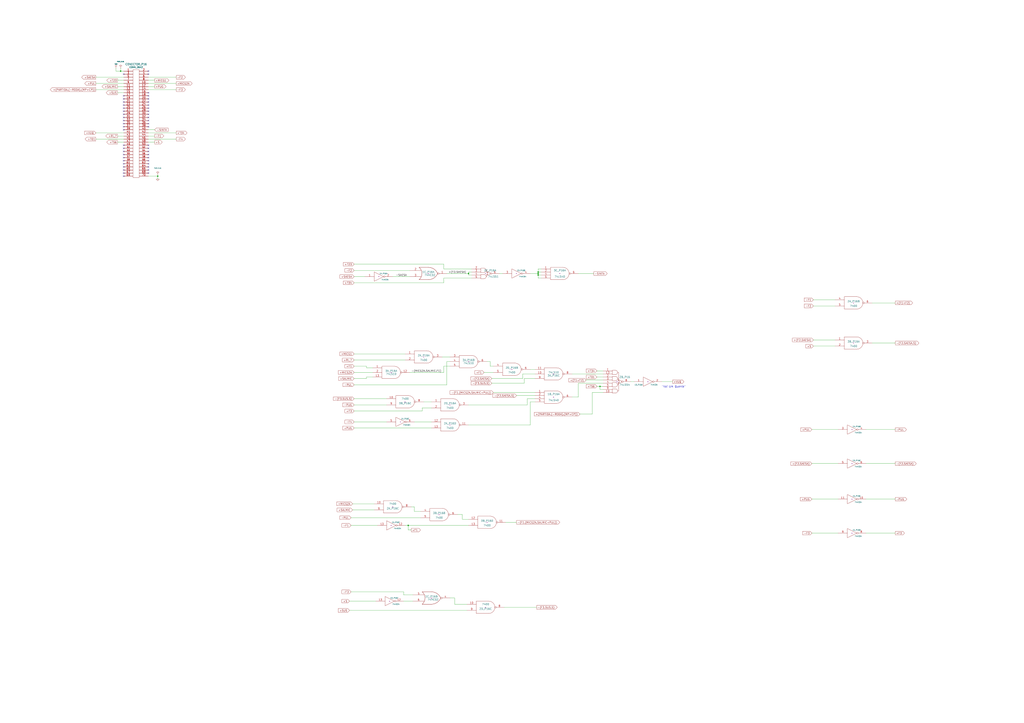
<source format=kicad_sch>
(kicad_sch (version 20250114) (generator "eeschema") (generator_version "9.0")
  (paper "A1")
  (title_block (title "PRANCHA XVI") (date "2 aug 2016") (company "EPUSP LSD") (comment 1 "Computador de Controle - Patinho Feio") (comment 2 "Sinais de Controle") (comment 3 "Projeto: Edson Fregni") (comment 4 "Re-desenho: Felipe Sanches"))
  (lib_symbols
    (symbol "CT5-8-rescue:7400" (pin_names (offset 0.762))
      (property "Reference" "U" (at 0 1.27 0))
      (property "Value" "7400" (at 0 -2.54 0))
      (symbol "7400_0_0"
        (pin power_in line (at -5.08 5.08 270) (length 0) (hide yes) (name "VCC") (number "14"))
        (pin power_in line (at -5.08 -5.08 90) (length 0) (hide yes) (name "GND") (number "7"))
      )
      (symbol "7400_1_1"
        (pin input line (at -15.24 2.54 0) (length 7.62) (name "~") (number "1"))
        (pin input line (at -15.24 -2.54 0) (length 7.62) (name "~") (number "2"))
        (pin output inverted (at 15.24 0 180) (length 7.62) (name "~") (number "3"))
      )
      (symbol "7400_1_2"
        (pin input inverted (at -15.24 2.54 0) (length 9.398) (name "~") (number "1"))
        (pin input inverted (at -15.24 -2.54 0) (length 9.398) (name "~") (number "2"))
        (pin output line (at 15.24 0 180) (length 7.62) (name "~") (number "3"))
      )
      (symbol "7400_2_1"
        (pin input line (at -15.24 2.54 0) (length 7.62) (name "~") (number "4"))
        (pin input line (at -15.24 -2.54 0) (length 7.62) (name "~") (number "5"))
        (pin output inverted (at 15.24 0 180) (length 7.62) (name "~") (number "6"))
      )
      (symbol "7400_2_2"
        (pin input inverted (at -15.24 2.54 0) (length 9.398) (name "~") (number "4"))
        (pin input inverted (at -15.24 -2.54 0) (length 9.398) (name "~") (number "5"))
        (pin output line (at 15.24 0 180) (length 7.62) (name "~") (number "6"))
      )
      (symbol "7400_3_1"
        (pin input line (at -15.24 2.54 0) (length 7.62) (name "~") (number "9"))
        (pin input line (at -15.24 -2.54 0) (length 7.62) (name "~") (number "10"))
        (pin output inverted (at 15.24 0 180) (length 7.62) (name "~") (number "8"))
      )
      (symbol "7400_3_2"
        (pin input inverted (at -15.24 2.54 0) (length 9.398) (name "~") (number "9"))
        (pin input inverted (at -15.24 -2.54 0) (length 9.398) (name "~") (number "10"))
        (pin output line (at 15.24 0 180) (length 7.62) (name "~") (number "8"))
      )
      (symbol "7400_4_1"
        (pin input line (at -15.24 2.54 0) (length 7.62) (name "~") (number "12"))
        (pin input line (at -15.24 -2.54 0) (length 7.62) (name "~") (number "13"))
        (pin output inverted (at 15.24 0 180) (length 7.62) (name "~") (number "11"))
      )
      (symbol "7400_4_2"
        (pin input inverted (at -15.24 2.54 0) (length 9.398) (name "~") (number "12"))
        (pin input inverted (at -15.24 -2.54 0) (length 9.398) (name "~") (number "13"))
        (pin output line (at 15.24 0 180) (length 7.62) (name "~") (number "11"))
      )
    )
    (symbol "CT5-8-rescue:74HC02" (pin_names (offset 0.762))
      (property "Reference" "U" (at 0 1.27 0))
      (property "Value" "74HC02" (at 1.27 -1.27 0))
      (symbol "74HC02_0_0"
        (pin power_in line (at -5.08 5.08 270) (length 0) (hide yes) (name "VCC") (number "14"))
        (pin power_in line (at -5.08 -5.08 90) (length 0) (hide yes) (name "GND") (number "7"))
      )
      (symbol "74HC02_1_1"
        (pin input line (at -15.24 2.54 0) (length 9.398) (name "~") (number "2"))
        (pin input line (at -15.24 -2.54 0) (length 9.398) (name "~") (number "3"))
        (pin output inverted (at 15.24 0 180) (length 7.62) (name "~") (number "1"))
      )
      (symbol "74HC02_1_2"
        (pin input inverted (at -15.24 2.54 0) (length 7.62) (name "~") (number "2"))
        (pin input inverted (at -15.24 -2.54 0) (length 7.62) (name "~") (number "3"))
        (pin output line (at 15.24 0 180) (length 7.62) (name "~") (number "1"))
      )
      (symbol "74HC02_2_1"
        (pin input line (at -15.24 2.54 0) (length 9.398) (name "~") (number "5"))
        (pin input line (at -15.24 -2.54 0) (length 9.398) (name "~") (number "6"))
        (pin output inverted (at 15.24 0 180) (length 7.62) (name "~") (number "4"))
      )
      (symbol "74HC02_2_2"
        (pin input inverted (at -15.24 2.54 0) (length 7.62) (name "~") (number "5"))
        (pin input inverted (at -15.24 -2.54 0) (length 7.62) (name "~") (number "6"))
        (pin output line (at 15.24 0 180) (length 7.62) (name "~") (number "4"))
      )
      (symbol "74HC02_3_1"
        (pin input line (at -15.24 2.54 0) (length 9.398) (name "~") (number "8"))
        (pin input line (at -15.24 -2.54 0) (length 9.398) (name "~") (number "9"))
        (pin output inverted (at 15.24 0 180) (length 7.62) (name "~") (number "10"))
      )
      (symbol "74HC02_3_2"
        (pin input inverted (at -15.24 2.54 0) (length 7.62) (name "~") (number "8"))
        (pin input inverted (at -15.24 -2.54 0) (length 7.62) (name "~") (number "9"))
        (pin output line (at 15.24 0 180) (length 7.62) (name "~") (number "10"))
      )
      (symbol "74HC02_4_1"
        (pin input line (at -15.24 2.54 0) (length 9.398) (name "~") (number "11"))
        (pin input line (at -15.24 -2.54 0) (length 9.398) (name "~") (number "12"))
        (pin output inverted (at 15.24 0 180) (length 7.62) (name "~") (number "13"))
      )
      (symbol "74HC02_4_2"
        (pin input inverted (at -15.24 2.54 0) (length 7.62) (name "~") (number "11"))
        (pin input inverted (at -15.24 -2.54 0) (length 7.62) (name "~") (number "12"))
        (pin output line (at 15.24 0 180) (length 7.62) (name "~") (number "13"))
      )
    )
    (symbol "CT5-8-rescue:74HC04" (pin_names (offset 0.762))
      (property "Reference" "U" (at 3.81 2.54 0))
      (property "Value" "74HC04" (at 5.08 -2.54 0))
      (symbol "74HC04_0_0"
        (pin power_in line (at -1.27 2.54 270) (length 0) (hide yes) (name "VCC") (number "14"))
        (pin power_in line (at -1.27 -2.54 90) (length 0) (hide yes) (name "GND") (number "7"))
      )
      (symbol "74HC04_1_1"
        (pin input line (at -11.43 0 0) (length 7.62) (name "~") (number "1"))
        (pin output inverted (at 11.43 0 180) (length 7.62) (name "~") (number "2"))
      )
      (symbol "74HC04_1_2"
        (pin input inverted (at -11.43 0 0) (length 7.62) (name "~") (number "1"))
        (pin output line (at 11.43 0 180) (length 7.62) (name "~") (number "2"))
      )
      (symbol "74HC04_2_1"
        (pin input line (at -11.43 0 0) (length 7.62) (name "~") (number "3"))
        (pin output inverted (at 11.43 0 180) (length 7.62) (name "~") (number "4"))
      )
      (symbol "74HC04_2_2"
        (pin input inverted (at -11.43 0 0) (length 7.62) (name "~") (number "3"))
        (pin output line (at 11.43 0 180) (length 7.62) (name "~") (number "4"))
      )
      (symbol "74HC04_3_1"
        (pin input line (at -11.43 0 0) (length 7.62) (name "~") (number "5"))
        (pin output inverted (at 11.43 0 180) (length 7.62) (name "~") (number "6"))
      )
      (symbol "74HC04_3_2"
        (pin input inverted (at -11.43 0 0) (length 7.62) (name "~") (number "5"))
        (pin output line (at 11.43 0 180) (length 7.62) (name "~") (number "6"))
      )
      (symbol "74HC04_4_1"
        (pin input line (at -11.43 0 0) (length 7.62) (name "~") (number "9"))
        (pin output inverted (at 11.43 0 180) (length 7.62) (name "~") (number "8"))
      )
      (symbol "74HC04_4_2"
        (pin input inverted (at -11.43 0 0) (length 7.62) (name "~") (number "9"))
        (pin output line (at 11.43 0 180) (length 7.62) (name "~") (number "8"))
      )
      (symbol "74HC04_5_1"
        (pin input line (at -11.43 0 0) (length 7.62) (name "~") (number "11"))
        (pin output inverted (at 11.43 0 180) (length 7.62) (name "~") (number "10"))
      )
      (symbol "74HC04_5_2"
        (pin input inverted (at -11.43 0 0) (length 7.62) (name "~") (number "11"))
        (pin output line (at 11.43 0 180) (length 7.62) (name "~") (number "10"))
      )
      (symbol "74HC04_6_1"
        (pin input line (at -11.43 0 0) (length 7.62) (name "~") (number "13"))
        (pin output inverted (at 11.43 0 180) (length 7.62) (name "~") (number "12"))
      )
      (symbol "74HC04_6_2"
        (pin input inverted (at -11.43 0 0) (length 7.62) (name "~") (number "13"))
        (pin output line (at 11.43 0 180) (length 7.62) (name "~") (number "12"))
      )
    )
    (symbol "CT5-8-rescue:74LS10" (pin_names (offset 0.762))
      (property "Reference" "U" (at 0 1.27 0))
      (property "Value" "74LS10" (at 0 -1.27 0))
      (symbol "74LS10_0_0"
        (pin power_in line (at -5.08 5.08 90) (length 0) (hide yes) (name "VCC") (number "14"))
        (pin power_in line (at -5.08 -5.08 90) (length 0) (hide yes) (name "GND") (number "7"))
      )
      (symbol "74LS10_1_1"
        (pin input line (at -15.24 3.81 0) (length 7.62) (name "~") (number "1"))
        (pin input line (at -15.24 0 0) (length 7.62) (name "~") (number "2"))
        (pin input line (at -15.24 -3.81 0) (length 7.62) (name "~") (number "13"))
        (pin output inverted (at 15.24 0 180) (length 7.62) (name "~") (number "12"))
      )
      (symbol "74LS10_1_2"
        (pin input inverted (at -15.24 3.81 0) (length 8.382) (name "~") (number "1"))
        (pin input inverted (at -15.24 0 0) (length 9.906) (name "~") (number "2"))
        (pin input inverted (at -15.24 -3.81 0) (length 8.382) (name "~") (number "13"))
        (pin output line (at 15.24 0 180) (length 7.62) (name "~") (number "12"))
      )
      (symbol "74LS10_2_1"
        (pin input line (at -15.24 3.81 0) (length 7.62) (name "~") (number "3"))
        (pin input line (at -15.24 0 0) (length 7.62) (name "~") (number "4"))
        (pin input line (at -15.24 -3.81 0) (length 7.62) (name "~") (number "5"))
        (pin output inverted (at 15.24 0 180) (length 7.62) (name "~") (number "6"))
      )
      (symbol "74LS10_2_2"
        (pin input inverted (at -15.24 3.81 0) (length 8.382) (name "~") (number "3"))
        (pin input inverted (at -15.24 0 0) (length 9.906) (name "~") (number "4"))
        (pin input inverted (at -15.24 -3.81 0) (length 8.382) (name "~") (number "5"))
        (pin output line (at 15.24 0 180) (length 7.62) (name "~") (number "6"))
      )
      (symbol "74LS10_3_1"
        (pin input line (at -15.24 3.81 0) (length 7.62) (name "~") (number "9"))
        (pin input line (at -15.24 0 0) (length 7.62) (name "~") (number "10"))
        (pin input line (at -15.24 -3.81 0) (length 7.62) (name "~") (number "11"))
        (pin output inverted (at 15.24 0 180) (length 7.62) (name "~") (number "8"))
      )
      (symbol "74LS10_3_2"
        (pin input inverted (at -15.24 3.81 0) (length 8.382) (name "~") (number "9"))
        (pin input inverted (at -15.24 0 0) (length 9.906) (name "~") (number "10"))
        (pin input inverted (at -15.24 -3.81 0) (length 8.382) (name "~") (number "11"))
        (pin output line (at 15.24 0 180) (length 7.62) (name "~") (number "8"))
      )
    )
    (symbol "CT5-8-rescue:74LS40" (pin_names (offset 0.762))
      (property "Reference" "U" (at 0 2.54 0))
      (property "Value" "74LS40" (at 0 -2.54 0))
      (symbol "74LS40_0_0"
        (pin power_in line (at -5.08 5.08 90) (length 0) (hide yes) (name "VCC") (number "14"))
        (pin power_in line (at -5.08 -5.08 90) (length 0) (hide yes) (name "GND") (number "7"))
      )
      (symbol "74LS40_1_1"
        (pin input line (at -15.24 3.81 0) (length 7.62) (name "~") (number "1"))
        (pin input line (at -15.24 1.27 0) (length 7.62) (name "~") (number "2"))
        (pin input line (at -15.24 -1.27 0) (length 7.62) (name "~") (number "4"))
        (pin input line (at -15.24 -3.81 0) (length 7.62) (name "~") (number "5"))
        (pin output inverted (at 15.24 0 180) (length 7.62) (name "~") (number "6"))
      )
      (symbol "74LS40_1_2"
        (pin input inverted (at -15.24 3.81 0) (length 8.509) (name "~") (number "1"))
        (pin input inverted (at -15.24 1.27 0) (length 9.779) (name "~") (number "2"))
        (pin output inverted (at -15.24 -1.27 0) (length 9.779) (name "~") (number "4"))
        (pin input inverted (at -15.24 -3.81 0) (length 8.509) (name "~") (number "5"))
        (pin output line (at 15.24 0 180) (length 7.62) (name "~") (number "6"))
      )
      (symbol "74LS40_2_1"
        (pin input line (at -15.24 3.81 0) (length 7.62) (name "~") (number "9"))
        (pin input line (at -15.24 1.27 0) (length 7.62) (name "~") (number "10"))
        (pin input line (at -15.24 -1.27 0) (length 7.62) (name "~") (number "12"))
        (pin input line (at -15.24 -3.81 0) (length 7.62) (name "~") (number "13"))
        (pin output inverted (at 15.24 0 180) (length 7.62) (name "~") (number "8"))
      )
      (symbol "74LS40_2_2"
        (pin input inverted (at -15.24 3.81 0) (length 8.509) (name "~") (number "9"))
        (pin input inverted (at -15.24 1.27 0) (length 9.779) (name "~") (number "12"))
        (pin input inverted (at -15.24 -1.27 0) (length 9.779) (name "~") (number "13"))
        (pin input inverted (at -15.24 -3.81 0) (length 8.509) (name "~") (number "10"))
        (pin output line (at 15.24 0 180) (length 7.62) (name "~") (number "8"))
      )
    )
    (symbol "CT5-8-rescue:74LS51" (pin_names (offset 0.254))
      (property "Reference" "U" (at 3.81 2.54 0))
      (property "Value" "74LS51" (at 6.35 -2.54 0))
      (symbol "74LS51_0_0"
        (pin power_in line (at -2.54 4.318 0) (length 0) (hide yes) (name "VCC") (number "14"))
        (pin power_in line (at -2.54 -4.318 0) (length 0) (hide yes) (name "GND") (number "7"))
      )
      (symbol "74LS51_1_1"
        (pin input line (at -11.43 3.81 0) (length 7.62) (name "~") (number "2"))
        (pin input line (at -11.43 1.27 0) (length 7.62) (name "~") (number "3"))
        (pin input line (at -11.43 -1.27 0) (length 7.62) (name "~") (number "4"))
        (pin input line (at -11.43 -3.81 0) (length 7.62) (name "~") (number "5"))
        (pin output inverted (at 11.43 0 180) (length 7.62) (name "~") (number "6"))
      )
      (symbol "74LS51_2_1"
        (pin input line (at -11.43 3.81 0) (length 7.62) (name "~") (number "1"))
        (pin input line (at -11.43 1.27 0) (length 7.62) (name "~") (number "10"))
        (pin input line (at -11.43 -1.27 0) (length 7.62) (name "~") (number "12"))
        (pin input line (at -11.43 -3.81 0) (length 7.62) (name "~") (number "13"))
        (pin output inverted (at 11.43 0 180) (length 7.62) (name "~") (number "9"))
      )
    )
    (symbol "CT5-8-rescue:74LS54" (pin_names (offset 0.254))
      (property "Reference" "U" (at 3.81 2.54 0))
      (property "Value" "74LS54" (at 6.35 -2.54 0))
      (symbol "74LS54_0_0"
        (pin power_in line (at -2.54 9.398 0) (length 0) (hide yes) (name "VCC") (number "14"))
        (pin power_in line (at -2.54 -9.398 0) (length 0) (hide yes) (name "GND") (number "7"))
      )
      (symbol "74LS54_1_1"
        (pin input line (at -11.43 8.89 0) (length 7.62) (name "~") (number "1"))
        (pin input line (at -11.43 6.35 0) (length 7.62) (name "~") (number "13"))
        (pin input line (at -11.43 3.81 0) (length 7.62) (name "~") (number "2"))
        (pin input line (at -11.43 1.27 0) (length 7.62) (name "~") (number "3"))
        (pin input line (at -11.43 -1.27 0) (length 7.62) (name "~") (number "4"))
        (pin input line (at -11.43 -3.81 0) (length 7.62) (name "~") (number "5"))
        (pin input line (at -11.43 -6.35 0) (length 7.62) (name "~") (number "9"))
        (pin input line (at -11.43 -8.89 0) (length 7.62) (name "~") (number "10"))
        (pin output inverted (at 11.43 0 180) (length 7.62) (name "~") (number "8"))
      )
    )
    (symbol "CT5-8-rescue:CONN_35X2" (pin_names (offset 0.254) (hide yes))
      (property "Reference" "P" (at 0 45.72 0))
      (property "Value" "CONN_35X2" (at 0 0 90))
      (symbol "CONN_35X2_1_1"
        (pin passive line (at -10.16 43.18 0) (length 7.62) (name "P1") (number "1"))
        (pin passive line (at -10.16 40.64 0) (length 7.62) (name "P3") (number "3"))
        (pin passive line (at -10.16 38.1 0) (length 7.62) (name "P5") (number "5"))
        (pin passive line (at -10.16 35.56 0) (length 7.62) (name "P7") (number "7"))
        (pin passive line (at -10.16 33.02 0) (length 7.62) (name "P9") (number "9"))
        (pin passive line (at -10.16 30.48 0) (length 7.62) (name "P11") (number "11"))
        (pin passive line (at -10.16 27.94 0) (length 7.62) (name "P13") (number "13"))
        (pin passive line (at -10.16 25.4 0) (length 7.62) (name "P15") (number "15"))
        (pin passive line (at -10.16 22.86 0) (length 7.62) (name "P17") (number "17"))
        (pin passive line (at -10.16 20.32 0) (length 7.62) (name "P19") (number "19"))
        (pin passive line (at -10.16 17.78 0) (length 7.62) (name "P21") (number "21"))
        (pin passive line (at -10.16 15.24 0) (length 7.62) (name "P23") (number "23"))
        (pin passive line (at -10.16 12.7 0) (length 7.62) (name "~") (number "25"))
        (pin passive line (at -10.16 10.16 0) (length 7.62) (name "P27") (number "27"))
        (pin passive line (at -10.16 7.62 0) (length 7.62) (name "P29") (number "29"))
        (pin passive line (at -10.16 5.08 0) (length 7.62) (name "P31") (number "31"))
        (pin passive line (at -10.16 2.54 0) (length 7.62) (name "P33") (number "33"))
        (pin passive line (at -10.16 0 0) (length 7.62) (name "P35") (number "35"))
        (pin passive line (at -10.16 -2.54 0) (length 7.62) (name "P37") (number "37"))
        (pin passive line (at -10.16 -5.08 0) (length 7.62) (name "P39") (number "39"))
        (pin passive line (at -10.16 -7.62 0) (length 7.62) (name "P41") (number "41"))
        (pin passive line (at -10.16 -10.16 0) (length 7.62) (name "P43") (number "43"))
        (pin passive line (at -10.16 -12.7 0) (length 7.62) (name "P45") (number "45"))
        (pin passive line (at -10.16 -15.24 0) (length 7.62) (name "P47") (number "47"))
        (pin passive line (at -10.16 -17.78 0) (length 7.62) (name "P49") (number "49"))
        (pin passive line (at -10.16 -20.32 0) (length 7.62) (name "P51") (number "51"))
        (pin passive line (at -10.16 -22.86 0) (length 7.62) (name "P53") (number "53"))
        (pin passive line (at -10.16 -25.4 0) (length 7.62) (name "P55") (number "55"))
        (pin passive line (at -10.16 -27.94 0) (length 7.62) (name "P57") (number "57"))
        (pin passive line (at -10.16 -30.48 0) (length 7.62) (name "P59") (number "59"))
        (pin passive line (at -10.16 -33.02 0) (length 7.62) (name "P61") (number "61"))
        (pin passive line (at -10.16 -35.56 0) (length 7.62) (name "P63") (number "63"))
        (pin passive line (at -10.16 -38.1 0) (length 7.62) (name "P65") (number "65"))
        (pin passive line (at -10.16 -40.64 0) (length 7.62) (name "P67") (number "67"))
        (pin passive line (at -10.16 -43.18 0) (length 7.62) (name "P69") (number "69"))
        (pin passive line (at 10.16 43.18 180) (length 7.62) (name "P2") (number "2"))
        (pin passive line (at 10.16 40.64 180) (length 7.62) (name "P4") (number "4"))
        (pin passive line (at 10.16 38.1 180) (length 7.62) (name "P6") (number "6"))
        (pin passive line (at 10.16 35.56 180) (length 7.62) (name "P8") (number "8"))
        (pin passive line (at 10.16 33.02 180) (length 7.62) (name "P10") (number "10"))
        (pin passive line (at 10.16 30.48 180) (length 7.62) (name "P12") (number "12"))
        (pin passive line (at 10.16 27.94 180) (length 7.62) (name "P14") (number "14"))
        (pin passive line (at 10.16 25.4 180) (length 7.62) (name "P16") (number "16"))
        (pin passive line (at 10.16 22.86 180) (length 7.62) (name "P18") (number "18"))
        (pin passive line (at 10.16 20.32 180) (length 7.62) (name "P20") (number "20"))
        (pin passive line (at 10.16 17.78 180) (length 7.62) (name "P22") (number "22"))
        (pin passive line (at 10.16 15.24 180) (length 7.62) (name "P24") (number "24"))
        (pin passive line (at 10.16 12.7 180) (length 7.62) (name "P26") (number "26"))
        (pin passive line (at 10.16 10.16 180) (length 7.62) (name "P28") (number "28"))
        (pin passive line (at 10.16 7.62 180) (length 7.62) (name "P30") (number "30"))
        (pin passive line (at 10.16 5.08 180) (length 7.62) (name "P32") (number "32"))
        (pin passive line (at 10.16 2.54 180) (length 7.62) (name "P34") (number "34"))
        (pin passive line (at 10.16 0 180) (length 7.62) (name "P36") (number "36"))
        (pin passive line (at 10.16 -2.54 180) (length 7.62) (name "P38") (number "38"))
        (pin passive line (at 10.16 -5.08 180) (length 7.62) (name "P40") (number "40"))
        (pin passive line (at 10.16 -7.62 180) (length 7.62) (name "P42") (number "42"))
        (pin passive line (at 10.16 -10.16 180) (length 7.62) (name "P44") (number "44"))
        (pin passive line (at 10.16 -12.7 180) (length 7.62) (name "P46") (number "46"))
        (pin passive line (at 10.16 -15.24 180) (length 7.62) (name "P48") (number "48"))
        (pin passive line (at 10.16 -17.78 180) (length 7.62) (name "P50") (number "50"))
        (pin passive line (at 10.16 -20.32 180) (length 7.62) (name "P52") (number "52"))
        (pin passive line (at 10.16 -22.86 180) (length 7.62) (name "P54") (number "54"))
        (pin passive line (at 10.16 -25.4 180) (length 7.62) (name "P56") (number "56"))
        (pin passive line (at 10.16 -27.94 180) (length 7.62) (name "P58") (number "58"))
        (pin passive line (at 10.16 -30.48 180) (length 7.62) (name "P60") (number "60"))
        (pin passive line (at 10.16 -33.02 180) (length 7.62) (name "P62") (number "62"))
        (pin passive line (at 10.16 -35.56 180) (length 7.62) (name "P64") (number "64"))
        (pin passive line (at 10.16 -38.1 180) (length 7.62) (name "P66") (number "66"))
        (pin passive line (at 10.16 -40.64 180) (length 7.62) (name "P68") (number "68"))
        (pin passive line (at 10.16 -43.18 180) (length 7.62) (name "P70") (number "70"))
      )
    )
    (symbol "CT5-8-rescue:GND" (power) (pin_names (offset 0))
      (symbol "GND_1_1"
        (pin power_in line (at 0 0 90) (length 0) (hide yes) (name "GND") (number "1"))
      )
    )
    (symbol "CT5-8-rescue:PWR_FLAG-power" (power) (pin_numbers (hide yes)) (pin_names (offset 0) (hide yes))
      (property "Value" "power:PWR_FLAG" (at 0 3.81 0))
      (symbol "PWR_FLAG-power_0_0"
        (pin power_out line (at 0 0 90) (length 0) (name "pwr") (number "1"))
      )
    )
    (symbol "CT5-8-rescue:VCC-power" (power) (pin_names (offset 0))
      (property "Value" "power:VCC" (at 0 3.81 0))
      (symbol "VCC-power_1_1"
        (pin power_in line (at 0 0 90) (length 0) (hide yes) (name "VCC") (number "1"))
      )
    )
  )
  (text "\"Vai Um Quente\"" (at 543.56 318.77 0) (effects (font (size 1.524 1.524)) (justify left bottom)))
  (junction (at 492.76 317.5))
  (junction (at 99.06 58.42))
  (junction (at 384.81 224.79))
  (junction (at 129.54 144.78))
  (junction (at 441.96 223.52))
  (junction (at 441.96 226.06))
  (junction (at 335.28 431.8))
  (junction (at 441.96 224.79))
  (no_connect (at 101.6 96.52))
  (no_connect (at 121.92 60.96))
  (no_connect (at 121.92 119.38))
  (no_connect (at 101.6 86.36))
  (no_connect (at 101.6 127))
  (no_connect (at 101.6 99.06))
  (no_connect (at 101.6 104.14))
  (no_connect (at 101.6 101.6))
  (no_connect (at 101.6 83.82))
  (no_connect (at 121.92 129.54))
  (no_connect (at 101.6 134.62))
  (no_connect (at 101.6 91.44))
  (no_connect (at 121.92 81.28))
  (no_connect (at 101.6 78.74))
  (no_connect (at 121.92 99.06))
  (no_connect (at 121.92 121.92))
  (no_connect (at 121.92 88.9))
  (no_connect (at 101.6 106.68))
  (no_connect (at 121.92 76.2))
  (no_connect (at 101.6 81.28))
  (no_connect (at 101.6 142.24))
  (no_connect (at 121.92 58.42))
  (no_connect (at 101.6 132.08))
  (no_connect (at 101.6 124.46))
  (no_connect (at 121.92 93.98))
  (no_connect (at 121.92 137.16))
  (no_connect (at 101.6 137.16))
  (no_connect (at 121.92 139.7))
  (no_connect (at 101.6 119.38))
  (no_connect (at 121.92 96.52))
  (no_connect (at 121.92 134.62))
  (no_connect (at 101.6 60.96))
  (no_connect (at 121.92 86.36))
  (no_connect (at 121.92 104.14))
  (no_connect (at 121.92 142.24))
  (no_connect (at 121.92 127))
  (no_connect (at 101.6 139.7))
  (no_connect (at 101.6 121.92))
  (no_connect (at 121.92 132.08))
  (no_connect (at 101.6 129.54))
  (no_connect (at 121.92 78.74))
  (no_connect (at 121.92 101.6))
  (no_connect (at 121.92 91.44))
  (no_connect (at 121.92 83.82))
  (no_connect (at 101.6 144.78))
  (no_connect (at 101.6 93.98))
  (no_connect (at 101.6 88.9))
  (no_connect (at 121.92 124.46))
  (wire (pts (xy 78.74 63.5) (xy 101.6 63.5)))
  (wire (pts (xy 412.75 224.79) (xy 410.21 224.79)))
  (wire (pts (xy 340.36 346.71) (xy 354.33 346.71)))
  (wire (pts (xy 78.74 109.22) (xy 101.6 109.22)))
  (wire (pts (xy 96.52 111.76) (xy 101.6 111.76)))
  (wire (pts (xy 144.78 109.22) (xy 121.92 109.22)))
  (wire (pts (xy 492.76 317.5) (xy 495.3 317.5)))
  (wire (pts (xy 486.41 340.36) (xy 476.25 340.36)))
  (wire (pts (xy 96.52 76.2) (xy 101.6 76.2)))
  (wire (pts (xy 474.98 224.79) (xy 487.68 224.79)))
  (wire (pts (xy 429.26 311.15) (xy 403.86 311.15)))
  (wire (pts (xy 429.26 307.34) (xy 429.26 311.15)))
  (wire (pts (xy 384.81 223.52) (xy 384.81 224.79)))
  (wire (pts (xy 367.03 297.18) (xy 367.03 316.23)))
  (wire (pts (xy 290.83 306.07) (xy 306.07 306.07)))
  (wire (pts (xy 289.56 414.02) (xy 307.34 414.02)))
  (wire (pts (xy 711.2 410.21) (xy 735.33 410.21)))
  (wire (pts (xy 290.83 337.82) (xy 346.71 337.82)))
  (wire (pts (xy 290.83 351.79) (xy 354.33 351.79)))
  (wire (pts (xy 127 71.12) (xy 121.92 71.12)))
  (wire (pts (xy 127 66.04) (xy 121.92 66.04)))
  (wire (pts (xy 340.36 420.37) (xy 345.44 420.37)))
  (wire (pts (xy 331.47 486.41) (xy 331.47 488.95)))
  (wire (pts (xy 335.28 431.8) (xy 335.28 435.61)))
  (wire (pts (xy 429.26 307.34) (xy 439.42 307.34)))
  (wire (pts (xy 144.78 114.3) (xy 121.92 114.3)))
  (wire (pts (xy 373.38 496.57) (xy 383.54 496.57)))
  (wire (pts (xy 435.61 330.2) (xy 435.61 349.25)))
  (wire (pts (xy 668.02 246.38) (xy 685.8 246.38)))
  (wire (pts (xy 490.22 304.8) (xy 495.3 304.8)))
  (wire (pts (xy 367.03 316.23) (xy 290.83 316.23)))
  (wire (pts (xy 331.47 488.95) (xy 339.09 488.95)))
  (wire (pts (xy 668.02 251.46) (xy 685.8 251.46)))
  (wire (pts (xy 716.28 281.94) (xy 735.33 281.94)))
  (wire (pts (xy 364.49 228.6) (xy 387.35 228.6)))
  (wire (pts (xy 375.92 422.91) (xy 379.73 422.91)))
  (wire (pts (xy 317.5 332.74) (xy 290.83 332.74)))
  (wire (pts (xy 430.53 314.96) (xy 403.86 314.96)))
  (wire (pts (xy 379.73 422.91) (xy 379.73 426.72)))
  (wire (pts (xy 300.99 311.15) (xy 290.83 311.15)))
  (wire (pts (xy 666.75 381) (xy 688.34 381)))
  (wire (pts (xy 384.81 224.79) (xy 384.81 226.06)))
  (wire (pts (xy 711.2 438.15) (xy 735.33 438.15)))
  (wire (pts (xy 364.49 220.98) (xy 387.35 220.98)))
  (wire (pts (xy 363.22 293.37) (xy 369.57 293.37)))
  (wire (pts (xy 666.75 410.21) (xy 688.34 410.21)))
  (wire (pts (xy 414.02 499.11) (xy 440.69 499.11)))
  (wire (pts (xy 288.29 486.41) (xy 331.47 486.41)))
  (wire (pts (xy 430.53 311.15) (xy 430.53 314.96)))
  (wire (pts (xy 78.74 68.58) (xy 101.6 68.58)))
  (wire (pts (xy 469.9 307.34) (xy 495.3 307.34)))
  (wire (pts (xy 384.81 224.79) (xy 367.03 224.79)))
  (wire (pts (xy 78.74 73.66) (xy 101.6 73.66)))
  (wire (pts (xy 95.25 55.88) (xy 95.25 58.42)))
  (wire (pts (xy 127 106.68) (xy 121.92 106.68)))
  (wire (pts (xy 144.78 73.66) (xy 121.92 73.66)))
  (wire (pts (xy 490.22 309.88) (xy 495.3 309.88)))
  (wire (pts (xy 397.51 306.07) (xy 405.13 306.07)))
  (wire (pts (xy 364.49 306.07) (xy 364.49 300.99)))
  (wire (pts (xy 424.18 325.12) (xy 439.42 325.12)))
  (wire (pts (xy 492.76 317.5) (xy 492.76 320.04)))
  (wire (pts (xy 144.78 68.58) (xy 121.92 68.58)))
  (wire (pts (xy 306.07 309.88) (xy 300.99 309.88)))
  (wire (pts (xy 474.98 326.39) (xy 469.9 326.39)))
  (wire (pts (xy 367.03 297.18) (xy 369.57 297.18)))
  (wire (pts (xy 95.25 58.42) (xy 99.06 58.42)))
  (wire (pts (xy 300.99 302.26) (xy 306.07 302.26)))
  (wire (pts (xy 129.54 144.78) (xy 129.54 147.32)))
  (wire (pts (xy 716.28 248.92) (xy 735.33 248.92)))
  (wire (pts (xy 339.09 494.03) (xy 331.47 494.03)))
  (wire (pts (xy 101.6 116.84) (xy 96.52 116.84)))
  (wire (pts (xy 402.59 297.18) (xy 402.59 300.99)))
  (wire (pts (xy 121.92 144.78) (xy 129.54 144.78)))
  (wire (pts (xy 364.49 300.99) (xy 369.57 300.99)))
  (wire (pts (xy 347.98 330.2) (xy 354.33 330.2)))
  (wire (pts (xy 439.42 330.2) (xy 435.61 330.2)))
  (wire (pts (xy 290.83 222.25) (xy 336.55 222.25)))
  (wire (pts (xy 441.96 220.98) (xy 444.5 220.98)))
  (wire (pts (xy 441.96 224.79) (xy 435.61 224.79)))
  (wire (pts (xy 481.33 312.42) (xy 495.3 312.42)))
  (wire (pts (xy 433.07 327.66) (xy 433.07 332.74)))
  (wire (pts (xy 495.3 314.96) (xy 474.98 314.96)))
  (wire (pts (xy 332.74 290.83) (xy 290.83 290.83)))
  (wire (pts (xy 441.96 228.6) (xy 444.5 228.6)))
  (wire (pts (xy 668.02 279.4) (xy 685.8 279.4)))
  (wire (pts (xy 543.56 313.69) (xy 552.45 313.69)))
  (wire (pts (xy 78.74 114.3) (xy 101.6 114.3)))
  (wire (pts (xy 290.83 300.99) (xy 300.99 300.99)))
  (wire (pts (xy 400.05 297.18) (xy 402.59 297.18)))
  (wire (pts (xy 96.52 71.12) (xy 101.6 71.12)))
  (wire (pts (xy 492.76 320.04) (xy 495.3 320.04)))
  (wire (pts (xy 340.36 416.56) (xy 340.36 420.37)))
  (wire (pts (xy 127 116.84) (xy 121.92 116.84)))
  (wire (pts (xy 486.41 322.58) (xy 486.41 340.36)))
  (wire (pts (xy 435.61 303.53) (xy 439.42 303.53)))
  (wire (pts (xy 99.06 55.88) (xy 99.06 58.42)))
  (wire (pts (xy 373.38 491.49) (xy 369.57 491.49)))
  (wire (pts (xy 435.61 349.25) (xy 384.81 349.25)))
  (wire (pts (xy 495.3 322.58) (xy 486.41 322.58)))
  (wire (pts (xy 439.42 327.66) (xy 433.07 327.66)))
  (wire (pts (xy 290.83 217.17) (xy 364.49 217.17)))
  (wire (pts (xy 288.29 431.8) (xy 309.88 431.8)))
  (wire (pts (xy 317.5 327.66) (xy 290.83 327.66)))
  (wire (pts (xy 441.96 220.98) (xy 441.96 223.52)))
  (wire (pts (xy 335.28 435.61) (xy 337.82 435.61)))
  (wire (pts (xy 287.02 501.65) (xy 383.54 501.65)))
  (wire (pts (xy 364.49 306.07) (xy 336.55 306.07)))
  (wire (pts (xy 439.42 311.15) (xy 430.53 311.15)))
  (wire (pts (xy 346.71 337.82) (xy 346.71 335.28)))
  (wire (pts (xy 490.22 317.5) (xy 492.76 317.5)))
  (wire (pts (xy 711.2 353.06) (xy 735.33 353.06)))
  (wire (pts (xy 441.96 226.06) (xy 444.5 226.06)))
  (wire (pts (xy 346.71 335.28) (xy 354.33 335.28)))
  (wire (pts (xy 384.81 226.06) (xy 387.35 226.06)))
  (wire (pts (xy 99.06 58.42) (xy 101.6 58.42)))
  (wire (pts (xy 127 111.76) (xy 121.92 111.76)))
  (wire (pts (xy 666.75 353.06) (xy 688.34 353.06)))
  (wire (pts (xy 474.98 314.96) (xy 474.98 326.39)))
  (wire (pts (xy 405.13 322.58) (xy 439.42 322.58)))
  (wire (pts (xy 299.72 227.33) (xy 290.83 227.33)))
  (wire (pts (xy 337.82 416.56) (xy 340.36 416.56)))
  (wire (pts (xy 441.96 223.52) (xy 441.96 224.79)))
  (wire (pts (xy 317.5 346.71) (xy 290.83 346.71)))
  (wire (pts (xy 289.56 419.1) (xy 307.34 419.1)))
  (wire (pts (xy 668.02 284.48) (xy 685.8 284.48)))
  (wire (pts (xy 364.49 217.17) (xy 364.49 220.98)))
  (wire (pts (xy 415.29 429.26) (xy 424.18 429.26)))
  (wire (pts (xy 666.75 438.15) (xy 688.34 438.15)))
  (wire (pts (xy 441.96 226.06) (xy 441.96 228.6)))
  (wire (pts (xy 308.61 494.03) (xy 287.02 494.03)))
  (wire (pts (xy 129.54 143.51) (xy 129.54 144.78)))
  (wire (pts (xy 520.7 313.69) (xy 518.16 313.69)))
  (wire (pts (xy 96.52 66.04) (xy 101.6 66.04)))
  (wire (pts (xy 335.28 431.8) (xy 384.81 431.8)))
  (wire (pts (xy 364.49 232.41) (xy 364.49 228.6)))
  (wire (pts (xy 379.73 426.72) (xy 384.81 426.72)))
  (wire (pts (xy 373.38 496.57) (xy 373.38 491.49)))
  (wire (pts (xy 288.29 425.45) (xy 345.44 425.45)))
  (wire (pts (xy 300.99 300.99) (xy 300.99 302.26)))
  (wire (pts (xy 384.81 223.52) (xy 387.35 223.52)))
  (wire (pts (xy 433.07 332.74) (xy 384.81 332.74)))
  (wire (pts (xy 444.5 223.52) (xy 441.96 223.52)))
  (wire (pts (xy 290.83 232.41) (xy 364.49 232.41)))
  (wire (pts (xy 441.96 224.79) (xy 441.96 226.06)))
  (wire (pts (xy 144.78 63.5) (xy 121.92 63.5)))
  (wire (pts (xy 402.59 300.99) (xy 405.13 300.99)))
  (wire (pts (xy 711.2 381) (xy 735.33 381)))
  (wire (pts (xy 300.99 309.88) (xy 300.99 311.15)))
  (wire (pts (xy 290.83 295.91) (xy 332.74 295.91)))
  (wire (pts (xy 332.74 431.8) (xy 335.28 431.8)))
  (wire (pts (xy 322.58 227.33) (xy 336.55 227.33)))
  (label "-SAESA" (at 325.12 227.33 0) (effects (font (size 1.524 1.524))))
  (label "-(MICG2A.SALMIC.F1)" (at 337.82 306.07 0) (effects (font (size 1.524 1.524))))
  (label "+(F2.SAESA)" (at 368.3 224.79 0) (effects (font (size 1.524 1.524))))
  (global_label "-PUL" (shape output) (at 735.33 353.06 0) (effects (font (size 1.524 1.524))) (property "Intersheetrefs" "${INTERSHEET_REFS}" (effects (hide yes))))
  (global_label "-F3" (shape input) (at 288.29 486.41 180) (effects (font (size 1.524 1.524))) (property "Intersheetrefs" "${INTERSHEET_REFS}" (effects (hide yes))))
  (global_label "+PUL" (shape output) (at 78.74 68.58 180) (effects (font (size 1.524 1.524))) (property "Intersheetrefs" "${INTERSHEET_REFS}" (effects (hide yes))))
  (global_label "+T01" (shape output) (at 78.74 114.3 180) (effects (font (size 1.524 1.524))) (property "Intersheetrefs" "${INTERSHEET_REFS}" (effects (hide yes))))
  (global_label "-(F2.SAESA.S)" (shape output) (at 735.33 281.94 0) (effects (font (size 1.524 1.524))) (property "Intersheetrefs" "${INTERSHEET_REFS}" (effects (hide yes))))
  (global_label "+(F1+F2)" (shape output) (at 735.33 248.92 0) (effects (font (size 1.524 1.524))) (property "Intersheetrefs" "${INTERSHEET_REFS}" (effects (hide yes))))
  (global_label "+MICG2A" (shape input) (at 289.56 414.02 180) (effects (font (size 1.524 1.524))) (property "Intersheetrefs" "${INTERSHEET_REFS}" (effects (hide yes))))
  (global_label "+(F2.SAESA)" (shape input) (at 668.02 279.4 180) (effects (font (size 1.524 1.524))) (property "Intersheetrefs" "${INTERSHEET_REFS}" (effects (hide yes))))
  (global_label "-F1" (shape output) (at 127 111.76 0) (effects (font (size 1.524 1.524))) (property "Intersheetrefs" "${INTERSHEET_REFS}" (effects (hide yes))))
  (global_label "-SINTA" (shape input) (at 127 106.68 0) (effects (font (size 1.524 1.524))) (property "Intersheetrefs" "${INTERSHEET_REFS}" (effects (hide yes))))
  (global_label "+F1" (shape output) (at 337.82 435.61 0) (effects (font (size 1.524 1.524))) (property "Intersheetrefs" "${INTERSHEET_REFS}" (effects (hide yes))))
  (global_label "+T56" (shape output) (at 96.52 116.84 180) (effects (font (size 1.524 1.524))) (property "Intersheetrefs" "${INTERSHEET_REFS}" (effects (hide yes))))
  (global_label "-SINTA" (shape output) (at 487.68 224.79 0) (effects (font (size 1.524 1.524))) (property "Intersheetrefs" "${INTERSHEET_REFS}" (effects (hide yes))))
  (global_label "+PUG" (shape input) (at 666.75 410.21 180) (effects (font (size 1.524 1.524))) (property "Intersheetrefs" "${INTERSHEET_REFS}" (effects (hide yes))))
  (global_label "+T34" (shape input) (at 490.22 304.8 180) (effects (font (size 1.524 1.524))) (property "Intersheetrefs" "${INTERSHEET_REFS}" (effects (hide yes))))
  (global_label "+SUS" (shape output) (at 96.52 76.2 180) (effects (font (size 1.524 1.524))) (property "Intersheetrefs" "${INTERSHEET_REFS}" (effects (hide yes))))
  (global_label "-(F1.(MICG2A.SALMIC+PUL))" (shape output) (at 424.18 429.26 0) (effects (font (size 1.524 1.524))) (property "Intersheetrefs" "${INTERSHEET_REFS}" (effects (hide yes))))
  (global_label "+SALMIC" (shape input) (at 289.56 419.1 180) (effects (font (size 1.524 1.524))) (property "Intersheetrefs" "${INTERSHEET_REFS}" (effects (hide yes))))
  (global_label "-(F3.SUS.S)" (shape input) (at 403.86 314.96 180) (effects (font (size 1.524 1.524))) (property "Intersheetrefs" "${INTERSHEET_REFS}" (effects (hide yes))))
  (global_label "+T23" (shape output) (at 96.52 66.04 180) (effects (font (size 1.524 1.524))) (property "Intersheetrefs" "${INTERSHEET_REFS}" (effects (hide yes))))
  (global_label "+S" (shape input) (at 287.02 494.03 180) (effects (font (size 1.524 1.524))) (property "Intersheetrefs" "${INTERSHEET_REFS}" (effects (hide yes))))
  (global_label "+PUG" (shape input) (at 290.83 351.79 180) (effects (font (size 1.524 1.524))) (property "Intersheetrefs" "${INTERSHEET_REFS}" (effects (hide yes))))
  (global_label "-F4" (shape input) (at 290.83 346.71 180) (effects (font (size 1.524 1.524))) (property "Intersheetrefs" "${INTERSHEET_REFS}" (effects (hide yes))))
  (global_label "-PUL" (shape input) (at 288.29 425.45 180) (effects (font (size 1.524 1.524))) (property "Intersheetrefs" "${INTERSHEET_REFS}" (effects (hide yes))))
  (global_label "+T34" (shape output) (at 144.78 109.22 0) (effects (font (size 1.524 1.524))) (property "Intersheetrefs" "${INTERSHEET_REFS}" (effects (hide yes))))
  (global_label "+T34" (shape input) (at 290.83 232.41 180) (effects (font (size 1.524 1.524))) (property "Intersheetrefs" "${INTERSHEET_REFS}" (effects (hide yes))))
  (global_label "+SAESA" (shape output) (at 78.74 63.5 180) (effects (font (size 1.524 1.524))) (property "Intersheetrefs" "${INTERSHEET_REFS}" (effects (hide yes))))
  (global_label "-F2" (shape output) (at 144.78 63.5 0) (effects (font (size 1.524 1.524))) (property "Intersheetrefs" "${INTERSHEET_REFS}" (effects (hide yes))))
  (global_label "+F1" (shape input) (at 290.83 300.99 180) (effects (font (size 1.524 1.524))) (property "Intersheetrefs" "${INTERSHEET_REFS}" (effects (hide yes))))
  (global_label "+VUQ" (shape input) (at 78.74 109.22 180) (effects (font (size 1.524 1.524))) (property "Intersheetrefs" "${INTERSHEET_REFS}" (effects (hide yes))))
  (global_label "+SALMIC" (shape output) (at 96.52 71.12 180) (effects (font (size 1.524 1.524))) (property "Intersheetrefs" "${INTERSHEET_REFS}" (effects (hide yes))))
  (global_label "+(F1+F2)" (shape input) (at 481.33 312.42 180) (effects (font (size 1.524 1.524))) (property "Intersheetrefs" "${INTERSHEET_REFS}" (effects (hide yes))))
  (global_label "+RI_7" (shape output) (at 96.52 111.76 180) (effects (font (size 1.524 1.524))) (property "Intersheetrefs" "${INTERSHEET_REFS}" (effects (hide yes))))
  (global_label "+(PARTIDA.(-RODA).(MP+CP))" (shape output) (at 78.74 73.66 180) (effects (font (size 1.524 1.524))) (property "Intersheetrefs" "${INTERSHEET_REFS}" (effects (hide yes))))
  (global_label "+MICG1" (shape output) (at 127 66.04 0) (effects (font (size 1.524 1.524))) (property "Intersheetrefs" "${INTERSHEET_REFS}" (effects (hide yes))))
  (global_label "+F3" (shape output) (at 735.33 438.15 0) (effects (font (size 1.524 1.524))) (property "Intersheetrefs" "${INTERSHEET_REFS}" (effects (hide yes))))
  (global_label "-F4" (shape output) (at 144.78 114.3 0) (effects (font (size 1.524 1.524))) (property "Intersheetrefs" "${INTERSHEET_REFS}" (effects (hide yes))))
  (global_label "-PUG" (shape output) (at 735.33 410.21 0) (effects (font (size 1.524 1.524))) (property "Intersheetrefs" "${INTERSHEET_REFS}" (effects (hide yes))))
  (global_label "+SAESA" (shape input) (at 290.83 227.33 180) (effects (font (size 1.524 1.524))) (property "Intersheetrefs" "${INTERSHEET_REFS}" (effects (hide yes))))
  (global_label "+T56" (shape input) (at 490.22 317.5 180) (effects (font (size 1.524 1.524))) (property "Intersheetrefs" "${INTERSHEET_REFS}" (effects (hide yes))))
  (global_label "-(F1.(MICG2A.SALMIC+PUL))" (shape input) (at 405.13 322.58 180) (effects (font (size 1.524 1.524))) (property "Intersheetrefs" "${INTERSHEET_REFS}" (effects (hide yes))))
  (global_label "-F3" (shape output) (at 144.78 73.66 0) (effects (font (size 1.524 1.524))) (property "Intersheetrefs" "${INTERSHEET_REFS}" (effects (hide yes))))
  (global_label "-PUG" (shape input) (at 290.83 332.74 180) (effects (font (size 1.524 1.524))) (property "Intersheetrefs" "${INTERSHEET_REFS}" (effects (hide yes))))
  (global_label "+S" (shape output) (at 127 116.84 0) (effects (font (size 1.524 1.524))) (property "Intersheetrefs" "${INTERSHEET_REFS}" (effects (hide yes))))
  (global_label "-(F3.SUS.S)" (shape output) (at 440.69 499.11 0) (effects (font (size 1.524 1.524))) (property "Intersheetrefs" "${INTERSHEET_REFS}" (effects (hide yes))))
  (global_label "-(F2.SAESA)" (shape output) (at 735.33 381 0) (effects (font (size 1.524 1.524))) (property "Intersheetrefs" "${INTERSHEET_REFS}" (effects (hide yes))))
  (global_label "-(F2.SAESA.S)" (shape input) (at 424.18 325.12 180) (effects (font (size 1.524 1.524))) (property "Intersheetrefs" "${INTERSHEET_REFS}" (effects (hide yes))))
  (global_label "-F2" (shape input) (at 290.83 222.25 180) (effects (font (size 1.524 1.524))) (property "Intersheetrefs" "${INTERSHEET_REFS}" (effects (hide yes))))
  (global_label "+T23" (shape input) (at 290.83 217.17 180) (effects (font (size 1.524 1.524))) (property "Intersheetrefs" "${INTERSHEET_REFS}" (effects (hide yes))))
  (global_label "+PUG" (shape output) (at 127 71.12 0) (effects (font (size 1.524 1.524))) (property "Intersheetrefs" "${INTERSHEET_REFS}" (effects (hide yes))))
  (global_label "+SALMIC" (shape input) (at 290.83 311.15 180) (effects (font (size 1.524 1.524))) (property "Intersheetrefs" "${INTERSHEET_REFS}" (effects (hide yes))))
  (global_label "-F3" (shape input) (at 666.75 438.15 180) (effects (font (size 1.524 1.524))) (property "Intersheetrefs" "${INTERSHEET_REFS}" (effects (hide yes))))
  (global_label "+F3" (shape input) (at 290.83 337.82 180) (effects (font (size 1.524 1.524))) (property "Intersheetrefs" "${INTERSHEET_REFS}" (effects (hide yes))))
  (global_label "+MICG2A" (shape output) (at 144.78 68.58 0) (effects (font (size 1.524 1.524))) (property "Intersheetrefs" "${INTERSHEET_REFS}" (effects (hide yes))))
  (global_label "+(PARTIDA.(-RODA).(MP+CP))" (shape input) (at 476.25 340.36 180) (effects (font (size 1.524 1.524))) (property "Intersheetrefs" "${INTERSHEET_REFS}" (effects (hide yes))))
  (global_label "+PUL" (shape input) (at 666.75 353.06 180) (effects (font (size 1.524 1.524))) (property "Intersheetrefs" "${INTERSHEET_REFS}" (effects (hide yes))))
  (global_label "-F1" (shape input) (at 288.29 431.8 180) (effects (font (size 1.524 1.524))) (property "Intersheetrefs" "${INTERSHEET_REFS}" (effects (hide yes))))
  (global_label "+MICG2A" (shape input) (at 290.83 306.07 180) (effects (font (size 1.524 1.524))) (property "Intersheetrefs" "${INTERSHEET_REFS}" (effects (hide yes))))
  (global_label "-(F2.SAESA)" (shape input) (at 403.86 311.15 180) (effects (font (size 1.524 1.524))) (property "Intersheetrefs" "${INTERSHEET_REFS}" (effects (hide yes))))
  (global_label "+(F2.SAESA)" (shape input) (at 666.75 381 180) (effects (font (size 1.524 1.524))) (property "Intersheetrefs" "${INTERSHEET_REFS}" (effects (hide yes))))
  (global_label "+F1" (shape input) (at 397.51 306.07 180) (effects (font (size 1.524 1.524))) (property "Intersheetrefs" "${INTERSHEET_REFS}" (effects (hide yes))))
  (global_label "-(F3.SUS.S)" (shape input) (at 290.83 327.66 180) (effects (font (size 1.524 1.524))) (property "Intersheetrefs" "${INTERSHEET_REFS}" (effects (hide yes))))
  (global_label "-PUL" (shape input) (at 290.83 316.23 180) (effects (font (size 1.524 1.524))) (property "Intersheetrefs" "${INTERSHEET_REFS}" (effects (hide yes))))
  (global_label "+RI_7" (shape input) (at 290.83 295.91 180) (effects (font (size 1.524 1.524))) (property "Intersheetrefs" "${INTERSHEET_REFS}" (effects (hide yes))))
  (global_label "+SUS" (shape input) (at 287.02 501.65 180) (effects (font (size 1.524 1.524))) (property "Intersheetrefs" "${INTERSHEET_REFS}" (effects (hide yes))))
  (global_label "-F1" (shape input) (at 668.02 246.38 180) (effects (font (size 1.524 1.524))) (property "Intersheetrefs" "${INTERSHEET_REFS}" (effects (hide yes))))
  (global_label "-F2" (shape input) (at 668.02 251.46 180) (effects (font (size 1.524 1.524))) (property "Intersheetrefs" "${INTERSHEET_REFS}" (effects (hide yes))))
  (global_label "+S" (shape input) (at 668.02 284.48 180) (effects (font (size 1.524 1.524))) (property "Intersheetrefs" "${INTERSHEET_REFS}" (effects (hide yes))))
  (global_label "+MICG1" (shape input) (at 290.83 290.83 180) (effects (font (size 1.524 1.524))) (property "Intersheetrefs" "${INTERSHEET_REFS}" (effects (hide yes))))
  (global_label "+VUQ" (shape output) (at 552.45 313.69 0) (effects (font (size 1.524 1.524))) (property "Intersheetrefs" "${INTERSHEET_REFS}" (effects (hide yes))))
  (global_label "+T01" (shape input) (at 490.22 309.88 180) (effects (font (size 1.524 1.524))) (property "Intersheetrefs" "${INTERSHEET_REFS}" (effects (hide yes))))
  (symbol (lib_id "CT5-8-rescue:74HC04") (at 311.15 227.33 0) (unit 1)
    (property "Reference" "1A_P16" (at 314.96 224.79 0) (effects (font (size 1.016 1.016))))
    (property "Value" "74HC04" (at 316.23 229.87 0) (effects (font (size 1.016 1.016))))
    (property "Footprint" "~" (at 311.15 227.33 0) (effects (font (size 1.524 1.524))))
    (property "Datasheet" "~" (at 311.15 227.33 0) (effects (font (size 1.524 1.524))))
  )
  (symbol (lib_id "CT5-8-rescue:74HC02") (at 351.79 224.79 0) (unit 1)
    (property "Reference" "1C_P16" (at 351.79 223.52 0) (effects (font (size 1.524 1.524))))
    (property "Value" "74HC02" (at 353.06 226.06 0) (effects (font (size 1.524 1.524))))
    (property "Footprint" "~" (at 351.79 224.79 0) (effects (font (size 1.524 1.524))))
    (property "Datasheet" "~" (at 351.79 224.79 0) (effects (font (size 1.524 1.524))))
  )
  (symbol (lib_id "CT5-8-rescue:74LS54") (at 506.73 313.69 0) (unit 1)
    (property "Reference" "2B_P16" (at 513.08 309.88 0) (effects (font (size 1.524 1.524))))
    (property "Value" "74LS54" (at 513.08 316.23 0) (effects (font (size 1.524 1.524))))
    (property "Footprint" "~" (at 506.73 313.69 0) (effects (font (size 1.524 1.524))))
    (property "Datasheet" "~" (at 506.73 313.69 0) (effects (font (size 1.524 1.524))))
  )
  (symbol (lib_id "CT5-8-rescue:74LS51") (at 398.78 224.79 0) (unit 1)
    (property "Reference" "2C_P16" (at 402.59 222.25 0) (effects (font (size 1.524 1.524))))
    (property "Value" "74LS51" (at 405.13 227.33 0) (effects (font (size 1.524 1.524))))
    (property "Footprint" "~" (at 398.78 224.79 0) (effects (font (size 1.524 1.524))))
    (property "Datasheet" "~" (at 398.78 224.79 0) (effects (font (size 1.524 1.524))))
  )
  (symbol (lib_id "CT5-8-rescue:74HC04") (at 424.18 224.79 0) (unit 2)
    (property "Reference" "1D_P16" (at 427.99 222.25 0) (effects (font (size 1.016 1.016))))
    (property "Value" "74HC04" (at 429.26 227.33 0) (effects (font (size 1.016 1.016))))
    (property "Footprint" "~" (at 424.18 224.79 0) (effects (font (size 1.524 1.524))))
    (property "Datasheet" "~" (at 424.18 224.79 0) (effects (font (size 1.524 1.524))))
  )
  (symbol (lib_id "CT5-8-rescue:74LS40") (at 459.74 224.79 0) (unit 1)
    (property "Reference" "3C_P16" (at 459.74 222.25 0) (effects (font (size 1.524 1.524))))
    (property "Value" "74LS40" (at 459.74 227.33 0) (effects (font (size 1.524 1.524))))
    (property "Footprint" "~" (at 459.74 224.79 0) (effects (font (size 1.524 1.524))))
    (property "Datasheet" "~" (at 459.74 224.79 0) (effects (font (size 1.524 1.524))))
  )
  (symbol (lib_id "CT5-8-rescue:7400") (at 347.98 293.37 0) (unit 1)
    (property "Reference" "2A_P16" (at 347.98 292.1 0) (effects (font (size 1.524 1.524))))
    (property "Value" "7400" (at 347.98 295.91 0) (effects (font (size 1.524 1.524))))
    (property "Footprint" "~" (at 347.98 293.37 0) (effects (font (size 1.524 1.524))))
    (property "Datasheet" "~" (at 347.98 293.37 0) (effects (font (size 1.524 1.524))))
  )
  (symbol (lib_id "CT5-8-rescue:74LS10") (at 321.31 306.07 0) (unit 1)
    (property "Reference" "3A_P16" (at 321.31 304.8 0) (effects (font (size 1.524 1.524))))
    (property "Value" "74LS10" (at 321.31 307.34 0) (effects (font (size 1.524 1.524))))
    (property "Footprint" "~" (at 321.31 306.07 0) (effects (font (size 1.524 1.524))))
    (property "Datasheet" "~" (at 321.31 306.07 0) (effects (font (size 1.524 1.524))))
  )
  (symbol (lib_id "CT5-8-rescue:74LS10") (at 384.81 297.18 0) (unit 2)
    (property "Reference" "3A_P16" (at 384.81 295.91 0) (effects (font (size 1.524 1.524))))
    (property "Value" "74LS10" (at 384.81 298.45 0) (effects (font (size 1.524 1.524))))
    (property "Footprint" "~" (at 384.81 297.18 0) (effects (font (size 1.524 1.524))))
    (property "Datasheet" "~" (at 384.81 297.18 0) (effects (font (size 1.524 1.524))))
  )
  (symbol (lib_id "CT5-8-rescue:7400") (at 420.37 303.53 0) (unit 2)
    (property "Reference" "2D_P16" (at 420.37 302.26 0) (effects (font (size 1.524 1.524))))
    (property "Value" "7400" (at 420.37 306.07 0) (effects (font (size 1.524 1.524))))
    (property "Footprint" "~" (at 420.37 303.53 0) (effects (font (size 1.524 1.524))))
    (property "Datasheet" "~" (at 420.37 303.53 0) (effects (font (size 1.524 1.524))))
  )
  (symbol (lib_id "CT5-8-rescue:74LS10") (at 454.66 307.34 0) (mirror x) (unit 3)
    (property "Reference" "3A_P16" (at 454.66 308.61 0) (effects (font (size 1.524 1.524))))
    (property "Value" "74LS10" (at 454.66 306.07 0) (effects (font (size 1.524 1.524))))
    (property "Footprint" "~" (at 454.66 307.34 0) (effects (font (size 1.524 1.524))))
    (property "Datasheet" "~" (at 454.66 307.34 0) (effects (font (size 1.524 1.524))))
  )
  (symbol (lib_id "CT5-8-rescue:74LS40") (at 454.66 326.39 0) (unit 1)
    (property "Reference" "1B_P16" (at 454.66 323.85 0) (effects (font (size 1.524 1.524))))
    (property "Value" "74LS40" (at 454.66 328.93 0) (effects (font (size 1.524 1.524))))
    (property "Footprint" "~" (at 454.66 326.39 0) (effects (font (size 1.524 1.524))))
    (property "Datasheet" "~" (at 454.66 326.39 0) (effects (font (size 1.524 1.524))))
  )
  (symbol (lib_id "CT5-8-rescue:74HC04") (at 532.13 313.69 0) (unit 1)
    (property "Reference" "1D_P16" (at 524.51 316.23 0) (effects (font (size 1.016 1.016))))
    (property "Value" "74HC04" (at 537.21 316.23 0) (effects (font (size 1.016 1.016))))
    (property "Footprint" "~" (at 532.13 313.69 0) (effects (font (size 1.524 1.524))))
    (property "Datasheet" "~" (at 532.13 313.69 0) (effects (font (size 1.524 1.524))))
  )
  (symbol (lib_id "CT5-8-rescue:7400") (at 332.74 330.2 0) (mirror x) (unit 3)
    (property "Reference" "3B_P16" (at 332.74 331.47 0) (effects (font (size 1.524 1.524))))
    (property "Value" "7400" (at 332.74 327.66 0) (effects (font (size 1.524 1.524))))
    (property "Footprint" "~" (at 332.74 330.2 0) (effects (font (size 1.524 1.524))))
    (property "Datasheet" "~" (at 332.74 330.2 0) (effects (font (size 1.524 1.524))))
  )
  (symbol (lib_id "CT5-8-rescue:74HC04") (at 328.93 346.71 0) (unit 3)
    (property "Reference" "1A_P16" (at 332.74 344.17 0) (effects (font (size 1.016 1.016))))
    (property "Value" "74HC04" (at 334.01 349.25 0) (effects (font (size 1.016 1.016))))
    (property "Footprint" "~" (at 328.93 346.71 0) (effects (font (size 1.524 1.524))))
    (property "Datasheet" "~" (at 328.93 346.71 0) (effects (font (size 1.524 1.524))))
  )
  (symbol (lib_id "CT5-8-rescue:7400") (at 369.57 349.25 0) (unit 4)
    (property "Reference" "2A_P16" (at 369.57 347.98 0) (effects (font (size 1.524 1.524))))
    (property "Value" "7400" (at 369.57 351.79 0) (effects (font (size 1.524 1.524))))
    (property "Footprint" "~" (at 369.57 349.25 0) (effects (font (size 1.524 1.524))))
    (property "Datasheet" "~" (at 369.57 349.25 0) (effects (font (size 1.524 1.524))))
  )
  (symbol (lib_id "CT5-8-rescue:7400") (at 369.57 332.74 0) (unit 1)
    (property "Reference" "2D_P16" (at 369.57 331.47 0) (effects (font (size 1.524 1.524))))
    (property "Value" "7400" (at 369.57 335.28 0) (effects (font (size 1.524 1.524))))
    (property "Footprint" "~" (at 369.57 332.74 0) (effects (font (size 1.524 1.524))))
    (property "Datasheet" "~" (at 369.57 332.74 0) (effects (font (size 1.524 1.524))))
  )
  (symbol (lib_id "CT5-8-rescue:7400") (at 701.04 248.92 0) (unit 2)
    (property "Reference" "2A_P16" (at 701.04 247.65 0) (effects (font (size 1.524 1.524))))
    (property "Value" "7400" (at 701.04 251.46 0) (effects (font (size 1.524 1.524))))
    (property "Footprint" "~" (at 701.04 248.92 0) (effects (font (size 1.524 1.524))))
    (property "Datasheet" "~" (at 701.04 248.92 0) (effects (font (size 1.524 1.524))))
  )
  (symbol (lib_id "CT5-8-rescue:74HC04") (at 699.77 353.06 0) (unit 2)
    (property "Reference" "1A_P16" (at 703.58 350.52 0) (effects (font (size 1.016 1.016))))
    (property "Value" "74HC04" (at 704.85 355.6 0) (effects (font (size 1.016 1.016))))
    (property "Footprint" "~" (at 699.77 353.06 0) (effects (font (size 1.524 1.524))))
    (property "Datasheet" "~" (at 699.77 353.06 0) (effects (font (size 1.524 1.524))))
  )
  (symbol (lib_id "CT5-8-rescue:7400") (at 701.04 281.94 0) (unit 1)
    (property "Reference" "3B_P16" (at 701.04 280.67 0) (effects (font (size 1.524 1.524))))
    (property "Value" "7400" (at 701.04 284.48 0) (effects (font (size 1.524 1.524))))
    (property "Footprint" "~" (at 701.04 281.94 0) (effects (font (size 1.524 1.524))))
    (property "Datasheet" "~" (at 701.04 281.94 0) (effects (font (size 1.524 1.524))))
  )
  (symbol (lib_id "CT5-8-rescue:74HC04") (at 699.77 381 0) (unit 3)
    (property "Reference" "1D_P16" (at 703.58 378.46 0) (effects (font (size 1.016 1.016))))
    (property "Value" "74HC04" (at 704.85 383.54 0) (effects (font (size 1.016 1.016))))
    (property "Footprint" "~" (at 699.77 381 0) (effects (font (size 1.524 1.524))))
    (property "Datasheet" "~" (at 699.77 381 0) (effects (font (size 1.524 1.524))))
  )
  (symbol (lib_id "CT5-8-rescue:74HC04") (at 699.77 410.21 0) (unit 5)
    (property "Reference" "1A_P16" (at 703.58 407.67 0) (effects (font (size 1.016 1.016))))
    (property "Value" "74HC04" (at 704.85 412.75 0) (effects (font (size 1.016 1.016))))
    (property "Footprint" "~" (at 699.77 410.21 0) (effects (font (size 1.524 1.524))))
    (property "Datasheet" "~" (at 699.77 410.21 0) (effects (font (size 1.524 1.524))))
  )
  (symbol (lib_id "CT5-8-rescue:74HC04") (at 699.77 438.15 0) (unit 4)
    (property "Reference" "1A_P16" (at 703.58 435.61 0) (effects (font (size 1.016 1.016))))
    (property "Value" "74HC04" (at 704.85 440.69 0) (effects (font (size 1.016 1.016))))
    (property "Footprint" "~" (at 699.77 438.15 0) (effects (font (size 1.524 1.524))))
    (property "Datasheet" "~" (at 699.77 438.15 0) (effects (font (size 1.524 1.524))))
  )
  (symbol (lib_id "CT5-8-rescue:74HC04") (at 321.31 431.8 0) (unit 6)
    (property "Reference" "1A_P16" (at 325.12 429.26 0) (effects (font (size 1.016 1.016))))
    (property "Value" "74HC04" (at 326.39 434.34 0) (effects (font (size 1.016 1.016))))
    (property "Footprint" "~" (at 321.31 431.8 0) (effects (font (size 1.524 1.524))))
    (property "Datasheet" "~" (at 321.31 431.8 0) (effects (font (size 1.524 1.524))))
  )
  (symbol (lib_id "CT5-8-rescue:7400") (at 322.58 416.56 0) (mirror x) (unit 3)
    (property "Reference" "2A_P16" (at 322.58 417.83 0) (effects (font (size 1.524 1.524))))
    (property "Value" "7400" (at 322.58 414.02 0) (effects (font (size 1.524 1.524))))
    (property "Footprint" "~" (at 322.58 416.56 0) (effects (font (size 1.524 1.524))))
    (property "Datasheet" "~" (at 322.58 416.56 0) (effects (font (size 1.524 1.524))))
  )
  (symbol (lib_id "CT5-8-rescue:7400") (at 360.68 422.91 0) (unit 2)
    (property "Reference" "3B_P16" (at 360.68 421.64 0) (effects (font (size 1.524 1.524))))
    (property "Value" "7400" (at 360.68 425.45 0) (effects (font (size 1.524 1.524))))
    (property "Footprint" "~" (at 360.68 422.91 0) (effects (font (size 1.524 1.524))))
    (property "Datasheet" "~" (at 360.68 422.91 0) (effects (font (size 1.524 1.524))))
  )
  (symbol (lib_id "CT5-8-rescue:7400") (at 400.05 429.26 0) (unit 4)
    (property "Reference" "3B_P16" (at 400.05 427.99 0) (effects (font (size 1.524 1.524))))
    (property "Value" "7400" (at 400.05 431.8 0) (effects (font (size 1.524 1.524))))
    (property "Footprint" "~" (at 400.05 429.26 0) (effects (font (size 1.524 1.524))))
    (property "Datasheet" "~" (at 400.05 429.26 0) (effects (font (size 1.524 1.524))))
  )
  (symbol (lib_id "CT5-8-rescue:74HC04") (at 320.04 494.03 0) (unit 6)
    (property "Reference" "1D_P16" (at 323.85 491.49 0) (effects (font (size 1.016 1.016))))
    (property "Value" "74HC04" (at 325.12 496.57 0) (effects (font (size 1.016 1.016))))
    (property "Footprint" "~" (at 320.04 494.03 0) (effects (font (size 1.524 1.524))))
    (property "Datasheet" "~" (at 320.04 494.03 0) (effects (font (size 1.524 1.524))))
  )
  (symbol (lib_id "CT5-8-rescue:7400") (at 398.78 499.11 0) (mirror x) (unit 3)
    (property "Reference" "2D_P16" (at 398.78 500.38 0) (effects (font (size 1.524 1.524))))
    (property "Value" "7400" (at 398.78 496.57 0) (effects (font (size 1.524 1.524))))
    (property "Footprint" "~" (at 398.78 499.11 0) (effects (font (size 1.524 1.524))))
    (property "Datasheet" "~" (at 398.78 499.11 0) (effects (font (size 1.524 1.524))))
  )
  (symbol (lib_id "CT5-8-rescue:74HC02") (at 354.33 491.49 0) (unit 2)
    (property "Reference" "1C_P16" (at 354.33 490.22 0) (effects (font (size 1.524 1.524))))
    (property "Value" "74HC02" (at 355.6 492.76 0) (effects (font (size 1.524 1.524))))
    (property "Footprint" "~" (at 354.33 491.49 0) (effects (font (size 1.524 1.524))))
    (property "Datasheet" "~" (at 354.33 491.49 0) (effects (font (size 1.524 1.524))))
  )
  (symbol (lib_id "CT5-8-rescue:CONN_35X2") (at 111.76 101.6 0) (unit 1)
    (property "Reference" "CONECTOR_P16" (at 111.76 52.7812 0) (effects (font (size 1.524 1.524))))
    (property "Value" "CONN_35X2" (at 111.76 55.2704 0))
  )
  (symbol (lib_id "CT5-8-rescue:PWR_FLAG-power") (at 99.06 55.88 0) (unit 1)
    (property "Reference" "#FLG01" (effects (hide yes)))
    (property "Value" "PWR_FLAG" (at 99.06 50.5968 0) (effects (font (size 0.762 0.762))))
  )
  (symbol (lib_id "CT5-8-rescue:VCC-power") (at 95.25 55.88 0) (unit 1)
    (property "Reference" "#PWR02" (effects (hide yes)))
    (property "Value" "VCC" (at 95.3262 52.6288 0) (effects (font (size 0.762 0.762))))
  )
  (symbol (lib_id "CT5-8-rescue:PWR_FLAG-power") (at 129.54 143.51 0) (unit 1)
    (property "Reference" "#FLG03" (effects (hide yes)))
    (property "Value" "PWR_FLAG" (at 129.54 138.2268 0) (effects (font (size 0.762 0.762))))
  )
  (symbol (lib_id "CT5-8-rescue:GND") (at 129.54 147.32 0) (unit 1)
    (property "Reference" "#PWR04" (effects (hide yes)))
    (property "Value" "GND" (effects (hide yes)))
  )
)
</source>
